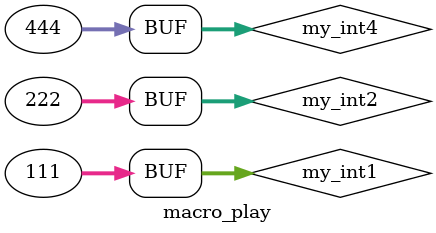
<source format=sv>
`define numberargs 2
`define part1(arg_type,arg_name)  arg_type arg_name;
`define part2(arg_name,arg_value) arg_name = arg_value;  $display("%0s=%0d",`"arg_name`",arg_value);
`define part3(arg_type, arg_name,arg_value) arg_type arg_name; initial begin arg_name = arg_value;  $display("%0s=%0d",`"arg_name`",arg_value); end

`define wholey(arg_number) 


module macro_play;

   //int my_int1;
   //int my_int2;
   `part1(int, my_int1)
   `part1(int, my_int2)

   `part3(int, my_int4, 444)

   initial begin
//     my_int1 = 11;
//     my_int2 = 22;
//     $display("my_int1=%0d",my_int1);
//     $display("my_int2=%0d",my_int2);
      `part2(my_int1, 111)
      `part2(my_int2, 222)

      `wholey(numberargs)

   end
endmodule // macro_play

</source>
